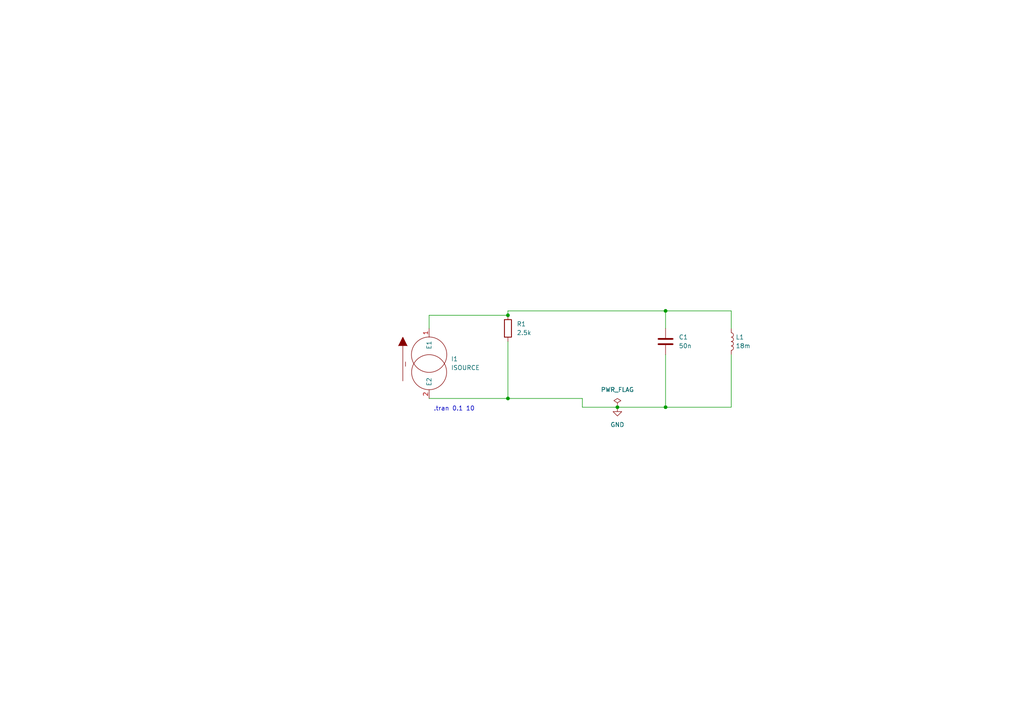
<source format=kicad_sch>
(kicad_sch (version 20211123) (generator eeschema)
  (paper "A4")
  (lib_symbols
    (symbol "Device:C" (pin_numbers hide) (pin_names (offset 0.254))
      (property "Reference" "C" (at 0.635 2.54 0))
      (property "Value" "C" (at 0.635 -2.54 0))
      (symbol "C_0_1"
        (polyline (pts (xy -2.032 -0.762) (xy 2.032 -0.762)) (stroke (width 0.508)))
        (polyline (pts (xy -2.032 0.762) (xy 2.032 0.762)) (stroke (width 0.508)))
      )
      (symbol "C_1_1"
        (pin passive line (at 0 3.81 270) (length 2.794) (name "~") (number "1"))
        (pin passive line (at 0 -3.81 90) (length 2.794) (name "~") (number "2"))
      )
    )
    (symbol "Device:L" (pin_numbers hide) (pin_names (offset 1.016) hide)
      (property "Reference" "L" (at -1.27 0 90))
      (property "Value" "L" (at 1.905 0 90))
      (symbol "L_0_1"
        (arc (start 0 -2.54) (mid 0.635 -1.905) (end 0 -1.27))
        (arc (start 0 -1.27) (mid 0.635 -0.635) (end 0 0))
        (arc (start 0 0) (mid 0.635 0.635) (end 0 1.27))
        (arc (start 0 1.27) (mid 0.635 1.905) (end 0 2.54))
      )
      (symbol "L_1_1"
        (pin passive line (at 0 3.81 270) (length 1.27) (name "1") (number "1"))
        (pin passive line (at 0 -3.81 90) (length 1.27) (name "2") (number "2"))
      )
    )
    (symbol "Device:R" (pin_numbers hide) (pin_names (offset 0))
      (property "Reference" "R" (at 2.032 0 90))
      (property "Value" "R" (at 0 0 90))
      (symbol "R_0_1"
        (rectangle (start -1.016 -2.54) (end 1.016 2.54) (stroke (width 0.254)))
      )
      (symbol "R_1_1"
        (pin passive line (at 0 3.81 270) (length 1.27) (name "~") (number "1"))
        (pin passive line (at 0 -3.81 90) (length 1.27) (name "~") (number "2"))
      )
    )
    (symbol "power:GND" (power) (pin_names (offset 0))
      (property "Value" "GND" (at 0 -3.81 0))
      (symbol "GND_0_1"
        (polyline (pts (xy 0 0) (xy 0 -1.27) (xy 1.27 -1.27) (xy 0 -2.54) (xy -1.27 -1.27) (xy 0 -1.27)))
      )
      (symbol "GND_1_1"
        (pin power_in line (at 0 0 270) (length 0) hide (name "GND") (number "1"))
      )
    )
    (symbol "power:PWR_FLAG" (power) (pin_numbers hide) (pin_names (offset 0) hide)
      (property "Value" "PWR_FLAG" (at 0 3.81 0))
      (symbol "PWR_FLAG_0_0"
        (pin power_out line (at 0 0 90) (length 0) (name "pwr") (number "1"))
      )
      (symbol "PWR_FLAG_0_1"
        (polyline (pts (xy 0 0) (xy 0 1.27) (xy -1.016 1.905) (xy 0 2.54) (xy 1.016 1.905) (xy 0 1.27)))
      )
    )
    (symbol "pspice:ISOURCE" (pin_names (offset 1.016))
      (property "Reference" "I" (at -7.62 8.89 0))
      (property "Value" "ISOURCE" (at 0 0 0))
      (symbol "ISOURCE_0_1"
        (circle (center 0 -2.54) (radius 5.08))
        (polyline (pts (xy -7.62 -5.08) (xy -7.62 5.08)) (fill (type outline)))
        (polyline (pts (xy -8.89 5.08) (xy -7.62 7.62) (xy -6.35 5.08)) (fill (type outline)))
        (circle (center 0 2.54) (radius 5.1308))
        (text "I" (at -6.858 -0.254 0) (effects (font (size 1.27 1.27))))
      )
      (symbol "ISOURCE_1_1"
        (pin input line (at 0 10.16 270) (length 2.54) (name "E1") (number "1"))
        (pin input line (at 0 -10.16 90) (length 2.54) (name "E2") (number "2"))
      )
    )
  )
  (junction (at 193.04 90.17))
  (junction (at 179.07 118.11))
  (junction (at 147.32 115.57))
  (junction (at 147.32 91.44))
  (junction (at 193.04 118.11))
  (wire (pts (xy 193.04 90.17) (xy 212.09 90.17)))
  (wire (pts (xy 193.04 102.87) (xy 193.04 118.11)))
  (wire (pts (xy 168.91 115.57) (xy 168.91 118.11)))
  (wire (pts (xy 212.09 90.17) (xy 212.09 95.25)))
  (wire (pts (xy 124.46 115.57) (xy 147.32 115.57)))
  (wire (pts (xy 212.09 102.87) (xy 212.09 118.11)))
  (wire (pts (xy 147.32 99.06) (xy 147.32 115.57)))
  (wire (pts (xy 124.46 91.44) (xy 147.32 91.44)))
  (wire (pts (xy 193.04 118.11) (xy 179.07 118.11)))
  (wire (pts (xy 212.09 118.11) (xy 193.04 118.11)))
  (wire (pts (xy 147.32 115.57) (xy 168.91 115.57)))
  (wire (pts (xy 147.32 90.17) (xy 193.04 90.17)))
  (wire (pts (xy 147.32 90.17) (xy 147.32 91.44)))
  (wire (pts (xy 193.04 95.25) (xy 193.04 90.17)))
  (wire (pts (xy 168.91 118.11) (xy 179.07 118.11)))
  (wire (pts (xy 124.46 95.25) (xy 124.46 91.44)))
  (text ".tran 0.1 10\n" (at 125.73 119.38 0) (effects (font (size 1.27 1.27)) (justify left bottom)))
  (symbol (lib_id "power:GND") (at 179.07 118.11 0) (unit 1)
    (property "Reference" "#PWR01" (effects hide))
    (property "Value" "GND" (at 179.07 123.19 0))
  )
  (symbol (lib_id "Device:C") (at 193.04 99.06 0) (unit 1)
    (property "Reference" "C1" (at 196.85 97.7899 0) (effects (justify left)))
    (property "Value" "50n" (at 196.85 100.3299 0) (effects (justify left)))
  )
  (symbol (lib_id "Device:R") (at 147.32 95.25 0) (unit 1)
    (property "Reference" "R1" (at 149.86 93.9799 0) (effects (justify left)))
    (property "Value" "2.5k" (at 149.86 96.5199 0) (effects (justify left)))
  )
  (symbol (lib_id "power:PWR_FLAG") (at 179.07 118.11 0) (unit 1)
    (property "Reference" "#FLG01" (effects hide))
    (property "Value" "PWR_FLAG" (at 179.07 113.03 0))
  )
  (symbol (lib_id "Device:L") (at 212.09 99.06 0) (unit 1)
    (property "Reference" "L1" (at 213.36 97.7899 0) (effects (justify left)))
    (property "Value" "18m" (at 213.36 100.3299 0) (effects (justify left)))
  )
  (symbol (lib_id "pspice:ISOURCE") (at 124.46 105.41 0) (unit 1)
    (property "Reference" "I1" (at 130.81 104.1145 0) (effects (justify left)))
    (property "Value" "ISOURCE" (at 130.81 106.6545 0) (effects (justify left)))
    (property "Spice_Primitive" "I" (effects hide))
    (property "Spice_Model" "sin(0 10 20)" (effects hide))
    (property "Spice_Netlist_Enabled" "Y" (effects hide))
  )
)
</source>
